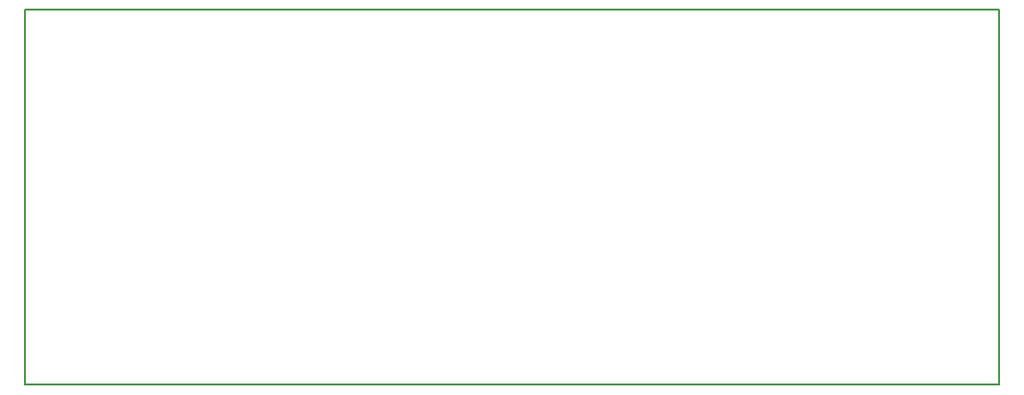
<source format=gm1>
G04 #@! TF.FileFunction,Profile,NP*
%FSLAX46Y46*%
G04 Gerber Fmt 4.6, Leading zero omitted, Abs format (unit mm)*
G04 Created by KiCad (PCBNEW 4.0.6+dfsg1-1) date Mon Feb 26 20:00:46 2018*
%MOMM*%
%LPD*%
G01*
G04 APERTURE LIST*
%ADD10C,0.100000*%
%ADD11C,0.150000*%
G04 APERTURE END LIST*
D10*
D11*
X73960Y33174160D02*
X86073960Y33174160D01*
X73960Y33074160D02*
X73960Y33174160D01*
X73960Y32774160D02*
X73960Y33074160D01*
X73960Y74160D02*
X73960Y32774160D01*
X86073960Y74160D02*
X73960Y74160D01*
X86073960Y33174160D02*
X86073960Y74160D01*
M02*

</source>
